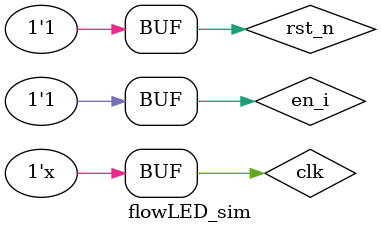
<source format=v>
`timescale 1ns / 1ps


module flowLED_sim(

    );
    reg clk = 0;
    reg rst_n = 1;
    reg en_i = 1;
    wire[7:0] led_o;
    
    flowLED u_flowLED_sim(
    .rst_n_i    (rst_n),
    .clk_i      (clk),
    .en_i       (en_i),
    .led_o      (led_o)
    );
    always #1 clk = ~clk;
    initial begin
    end
    
endmodule

</source>
